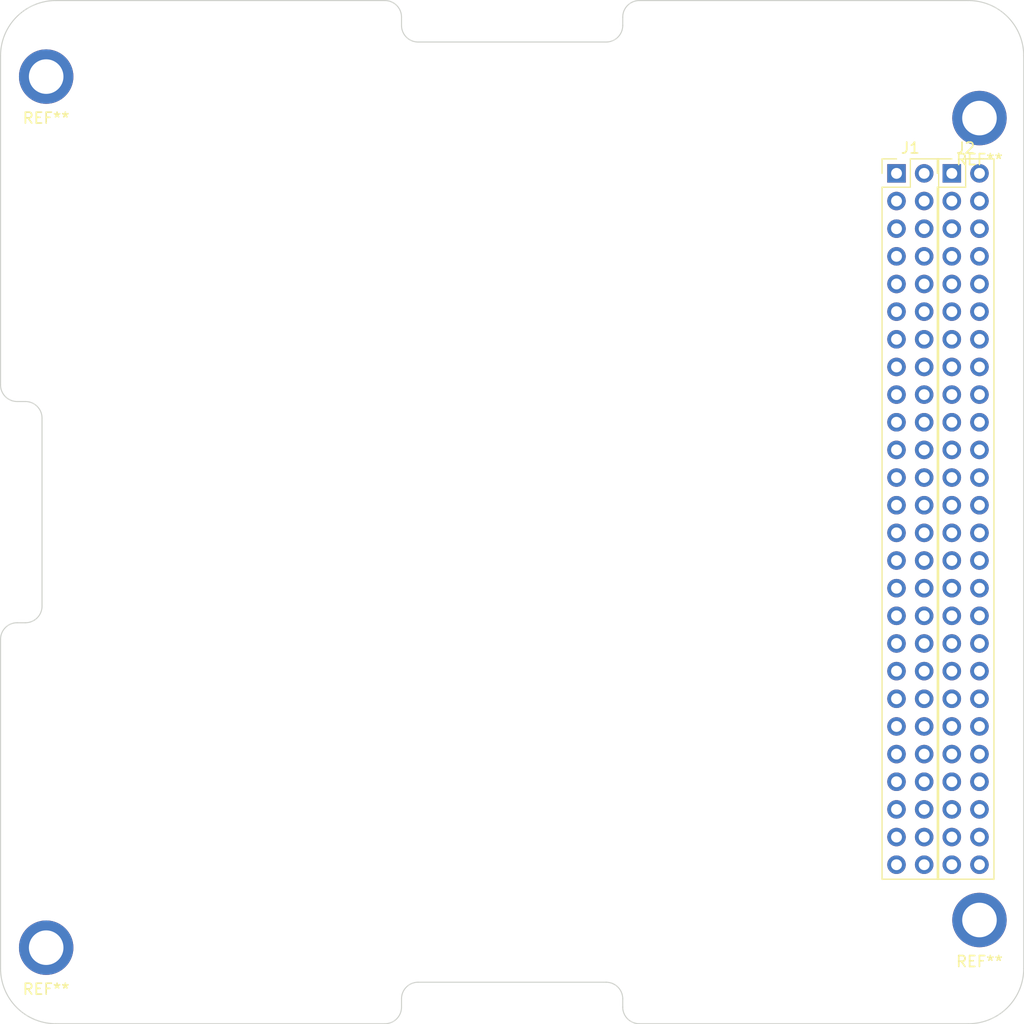
<source format=kicad_pcb>
(kicad_pcb (version 20171130) (host pcbnew "(2018-01-09 revision 019eed0d2)-makepkg")

  (general
    (thickness 1.6)
    (drawings 32)
    (tracks 0)
    (zones 0)
    (modules 6)
    (nets 105)
  )

  (page A4)
  (layers
    (0 TOP signal)
    (1 GND signal)
    (2 PWR signal)
    (31 BOT signal)
    (34 B.Paste user)
    (35 F.Paste user)
    (36 B.SilkS user)
    (37 F.SilkS user)
    (38 B.Mask user)
    (39 F.Mask user)
    (44 Edge.Cuts user)
    (45 Margin user)
    (48 B.Fab user)
    (49 F.Fab user)
  )

  (setup
    (last_trace_width 0.25)
    (trace_clearance 0.2)
    (zone_clearance 0.508)
    (zone_45_only no)
    (trace_min 0.2)
    (segment_width 0.2)
    (edge_width 0.15)
    (via_size 0.6)
    (via_drill 0.4)
    (via_min_size 0.4)
    (via_min_drill 0.3)
    (uvia_size 0.3)
    (uvia_drill 0.1)
    (uvias_allowed no)
    (uvia_min_size 0.2)
    (uvia_min_drill 0.1)
    (pcb_text_width 0.3)
    (pcb_text_size 1.5 1.5)
    (mod_edge_width 0.15)
    (mod_text_size 1 1)
    (mod_text_width 0.15)
    (pad_size 1.524 1.524)
    (pad_drill 0.762)
    (pad_to_mask_clearance 0.2)
    (aux_axis_origin 129.40296 122.14872)
    (grid_origin 129.40296 122.14872)
    (visible_elements 7FFFFFFF)
    (pcbplotparams
      (layerselection 0x00030_80000001)
      (usegerberextensions false)
      (usegerberattributes false)
      (usegerberadvancedattributes false)
      (creategerberjobfile false)
      (excludeedgelayer true)
      (linewidth 0.100000)
      (plotframeref false)
      (viasonmask false)
      (mode 1)
      (useauxorigin false)
      (hpglpennumber 1)
      (hpglpenspeed 20)
      (hpglpendiameter 15)
      (psnegative false)
      (psa4output false)
      (plotreference true)
      (plotvalue true)
      (plotinvisibletext false)
      (padsonsilk false)
      (subtractmaskfromsilk false)
      (outputformat 1)
      (mirror false)
      (drillshape 1)
      (scaleselection 1)
      (outputdirectory ""))
  )

  (net 0 "")
  (net 1 "Net-(J1-Pad1)")
  (net 2 "Net-(J1-Pad2)")
  (net 3 "Net-(J1-Pad3)")
  (net 4 "Net-(J1-Pad4)")
  (net 5 "Net-(J1-Pad5)")
  (net 6 "Net-(J1-Pad6)")
  (net 7 "Net-(J1-Pad7)")
  (net 8 "Net-(J1-Pad8)")
  (net 9 "Net-(J1-Pad9)")
  (net 10 "Net-(J1-Pad10)")
  (net 11 "Net-(J1-Pad11)")
  (net 12 "Net-(J1-Pad12)")
  (net 13 "Net-(J1-Pad13)")
  (net 14 "Net-(J1-Pad14)")
  (net 15 "Net-(J1-Pad15)")
  (net 16 "Net-(J1-Pad16)")
  (net 17 "Net-(J1-Pad17)")
  (net 18 "Net-(J1-Pad18)")
  (net 19 "Net-(J1-Pad19)")
  (net 20 "Net-(J1-Pad20)")
  (net 21 "Net-(J1-Pad21)")
  (net 22 "Net-(J1-Pad22)")
  (net 23 "Net-(J1-Pad23)")
  (net 24 "Net-(J1-Pad24)")
  (net 25 "Net-(J1-Pad25)")
  (net 26 "Net-(J1-Pad26)")
  (net 27 "Net-(J1-Pad27)")
  (net 28 "Net-(J1-Pad28)")
  (net 29 "Net-(J1-Pad29)")
  (net 30 "Net-(J1-Pad30)")
  (net 31 "Net-(J1-Pad31)")
  (net 32 "Net-(J1-Pad32)")
  (net 33 "Net-(J1-Pad33)")
  (net 34 "Net-(J1-Pad34)")
  (net 35 "Net-(J1-Pad35)")
  (net 36 "Net-(J1-Pad36)")
  (net 37 "Net-(J1-Pad37)")
  (net 38 "Net-(J1-Pad38)")
  (net 39 "Net-(J1-Pad39)")
  (net 40 "Net-(J1-Pad40)")
  (net 41 "Net-(J1-Pad41)")
  (net 42 "Net-(J1-Pad42)")
  (net 43 "Net-(J1-Pad43)")
  (net 44 "Net-(J1-Pad44)")
  (net 45 "Net-(J1-Pad45)")
  (net 46 "Net-(J1-Pad46)")
  (net 47 "Net-(J1-Pad47)")
  (net 48 "Net-(J1-Pad48)")
  (net 49 "Net-(J1-Pad49)")
  (net 50 "Net-(J1-Pad50)")
  (net 51 "Net-(J1-Pad51)")
  (net 52 "Net-(J1-Pad52)")
  (net 53 "Net-(J2-Pad1)")
  (net 54 "Net-(J2-Pad2)")
  (net 55 "Net-(J2-Pad3)")
  (net 56 "Net-(J2-Pad4)")
  (net 57 "Net-(J2-Pad5)")
  (net 58 "Net-(J2-Pad6)")
  (net 59 "Net-(J2-Pad7)")
  (net 60 "Net-(J2-Pad8)")
  (net 61 "Net-(J2-Pad9)")
  (net 62 "Net-(J2-Pad10)")
  (net 63 "Net-(J2-Pad11)")
  (net 64 "Net-(J2-Pad12)")
  (net 65 "Net-(J2-Pad13)")
  (net 66 "Net-(J2-Pad14)")
  (net 67 "Net-(J2-Pad15)")
  (net 68 "Net-(J2-Pad16)")
  (net 69 "Net-(J2-Pad17)")
  (net 70 "Net-(J2-Pad18)")
  (net 71 "Net-(J2-Pad19)")
  (net 72 "Net-(J2-Pad20)")
  (net 73 "Net-(J2-Pad21)")
  (net 74 "Net-(J2-Pad22)")
  (net 75 "Net-(J2-Pad23)")
  (net 76 "Net-(J2-Pad24)")
  (net 77 "Net-(J2-Pad25)")
  (net 78 "Net-(J2-Pad26)")
  (net 79 "Net-(J2-Pad27)")
  (net 80 "Net-(J2-Pad28)")
  (net 81 "Net-(J2-Pad29)")
  (net 82 "Net-(J2-Pad30)")
  (net 83 "Net-(J2-Pad31)")
  (net 84 "Net-(J2-Pad32)")
  (net 85 "Net-(J2-Pad33)")
  (net 86 "Net-(J2-Pad34)")
  (net 87 "Net-(J2-Pad35)")
  (net 88 "Net-(J2-Pad36)")
  (net 89 "Net-(J2-Pad37)")
  (net 90 "Net-(J2-Pad38)")
  (net 91 "Net-(J2-Pad39)")
  (net 92 "Net-(J2-Pad40)")
  (net 93 "Net-(J2-Pad41)")
  (net 94 "Net-(J2-Pad42)")
  (net 95 "Net-(J2-Pad43)")
  (net 96 "Net-(J2-Pad44)")
  (net 97 "Net-(J2-Pad45)")
  (net 98 "Net-(J2-Pad46)")
  (net 99 "Net-(J2-Pad47)")
  (net 100 "Net-(J2-Pad48)")
  (net 101 "Net-(J2-Pad49)")
  (net 102 "Net-(J2-Pad50)")
  (net 103 "Net-(J2-Pad51)")
  (net 104 "Net-(J2-Pad52)")

  (net_class Default "This is the default net class."
    (clearance 0.2)
    (trace_width 0.25)
    (via_dia 0.6)
    (via_drill 0.4)
    (uvia_dia 0.3)
    (uvia_drill 0.1)
    (add_net "Net-(J1-Pad1)")
    (add_net "Net-(J1-Pad10)")
    (add_net "Net-(J1-Pad11)")
    (add_net "Net-(J1-Pad12)")
    (add_net "Net-(J1-Pad13)")
    (add_net "Net-(J1-Pad14)")
    (add_net "Net-(J1-Pad15)")
    (add_net "Net-(J1-Pad16)")
    (add_net "Net-(J1-Pad17)")
    (add_net "Net-(J1-Pad18)")
    (add_net "Net-(J1-Pad19)")
    (add_net "Net-(J1-Pad2)")
    (add_net "Net-(J1-Pad20)")
    (add_net "Net-(J1-Pad21)")
    (add_net "Net-(J1-Pad22)")
    (add_net "Net-(J1-Pad23)")
    (add_net "Net-(J1-Pad24)")
    (add_net "Net-(J1-Pad25)")
    (add_net "Net-(J1-Pad26)")
    (add_net "Net-(J1-Pad27)")
    (add_net "Net-(J1-Pad28)")
    (add_net "Net-(J1-Pad29)")
    (add_net "Net-(J1-Pad3)")
    (add_net "Net-(J1-Pad30)")
    (add_net "Net-(J1-Pad31)")
    (add_net "Net-(J1-Pad32)")
    (add_net "Net-(J1-Pad33)")
    (add_net "Net-(J1-Pad34)")
    (add_net "Net-(J1-Pad35)")
    (add_net "Net-(J1-Pad36)")
    (add_net "Net-(J1-Pad37)")
    (add_net "Net-(J1-Pad38)")
    (add_net "Net-(J1-Pad39)")
    (add_net "Net-(J1-Pad4)")
    (add_net "Net-(J1-Pad40)")
    (add_net "Net-(J1-Pad41)")
    (add_net "Net-(J1-Pad42)")
    (add_net "Net-(J1-Pad43)")
    (add_net "Net-(J1-Pad44)")
    (add_net "Net-(J1-Pad45)")
    (add_net "Net-(J1-Pad46)")
    (add_net "Net-(J1-Pad47)")
    (add_net "Net-(J1-Pad48)")
    (add_net "Net-(J1-Pad49)")
    (add_net "Net-(J1-Pad5)")
    (add_net "Net-(J1-Pad50)")
    (add_net "Net-(J1-Pad51)")
    (add_net "Net-(J1-Pad52)")
    (add_net "Net-(J1-Pad6)")
    (add_net "Net-(J1-Pad7)")
    (add_net "Net-(J1-Pad8)")
    (add_net "Net-(J1-Pad9)")
    (add_net "Net-(J2-Pad1)")
    (add_net "Net-(J2-Pad10)")
    (add_net "Net-(J2-Pad11)")
    (add_net "Net-(J2-Pad12)")
    (add_net "Net-(J2-Pad13)")
    (add_net "Net-(J2-Pad14)")
    (add_net "Net-(J2-Pad15)")
    (add_net "Net-(J2-Pad16)")
    (add_net "Net-(J2-Pad17)")
    (add_net "Net-(J2-Pad18)")
    (add_net "Net-(J2-Pad19)")
    (add_net "Net-(J2-Pad2)")
    (add_net "Net-(J2-Pad20)")
    (add_net "Net-(J2-Pad21)")
    (add_net "Net-(J2-Pad22)")
    (add_net "Net-(J2-Pad23)")
    (add_net "Net-(J2-Pad24)")
    (add_net "Net-(J2-Pad25)")
    (add_net "Net-(J2-Pad26)")
    (add_net "Net-(J2-Pad27)")
    (add_net "Net-(J2-Pad28)")
    (add_net "Net-(J2-Pad29)")
    (add_net "Net-(J2-Pad3)")
    (add_net "Net-(J2-Pad30)")
    (add_net "Net-(J2-Pad31)")
    (add_net "Net-(J2-Pad32)")
    (add_net "Net-(J2-Pad33)")
    (add_net "Net-(J2-Pad34)")
    (add_net "Net-(J2-Pad35)")
    (add_net "Net-(J2-Pad36)")
    (add_net "Net-(J2-Pad37)")
    (add_net "Net-(J2-Pad38)")
    (add_net "Net-(J2-Pad39)")
    (add_net "Net-(J2-Pad4)")
    (add_net "Net-(J2-Pad40)")
    (add_net "Net-(J2-Pad41)")
    (add_net "Net-(J2-Pad42)")
    (add_net "Net-(J2-Pad43)")
    (add_net "Net-(J2-Pad44)")
    (add_net "Net-(J2-Pad45)")
    (add_net "Net-(J2-Pad46)")
    (add_net "Net-(J2-Pad47)")
    (add_net "Net-(J2-Pad48)")
    (add_net "Net-(J2-Pad49)")
    (add_net "Net-(J2-Pad5)")
    (add_net "Net-(J2-Pad50)")
    (add_net "Net-(J2-Pad51)")
    (add_net "Net-(J2-Pad52)")
    (add_net "Net-(J2-Pad6)")
    (add_net "Net-(J2-Pad7)")
    (add_net "Net-(J2-Pad8)")
    (add_net "Net-(J2-Pad9)")
  )

  (module mounting_holes:0.125in_mounting_hole (layer TOP) (tedit 5A5586D5) (tstamp 59F50262)
    (at 219.57296 111.98872)
    (fp_text reference REF** (at 0 3.81) (layer F.SilkS)
      (effects (font (size 1 1) (thickness 0.15)))
    )
    (fp_text value "0.125in mounting hole" (at 0 -2.54) (layer F.Fab)
      (effects (font (size 0.254 0.254) (thickness 0.0508)))
    )
    (pad "" np_thru_hole circle (at 0 0) (size 5 5) (drill 3.175) (layers *.Cu *.Mask))
  )

  (module mounting_holes:0.125in_mounting_hole (layer TOP) (tedit 5A5586C3) (tstamp 59F50286)
    (at 133.84796 114.52872)
    (fp_text reference REF** (at 0 3.81) (layer F.SilkS)
      (effects (font (size 1 1) (thickness 0.15)))
    )
    (fp_text value "0.125in mounting hole" (at 0 -2.54) (layer F.Fab)
      (effects (font (size 0.254 0.254) (thickness 0.0508)))
    )
    (pad "" np_thru_hole circle (at 0 0) (size 5 5) (drill 3.175) (layers *.Cu *.Mask))
  )

  (module mounting_holes:0.125in_mounting_hole (layer TOP) (tedit 5A5586AE) (tstamp 59F3BC4D)
    (at 219.57296 38.32872)
    (fp_text reference REF** (at 0 3.81) (layer F.SilkS)
      (effects (font (size 1 1) (thickness 0.15)))
    )
    (fp_text value "0.125in mounting hole" (at 0 -2.54) (layer F.Fab)
      (effects (font (size 0.254 0.254) (thickness 0.0508)))
    )
    (pad "" np_thru_hole circle (at 0 0) (size 5 5) (drill 3.175) (layers *.Cu *.Mask))
  )

  (module mounting_holes:0.125in_mounting_hole (layer TOP) (tedit 5A55867F) (tstamp 59F5029E)
    (at 133.84796 34.51872)
    (fp_text reference REF** (at 0 3.81) (layer F.SilkS)
      (effects (font (size 1 1) (thickness 0.15)))
    )
    (fp_text value "0.125in mounting hole" (at 0 -2.54) (layer F.Fab)
      (effects (font (size 0.254 0.254) (thickness 0.0508)))
    )
    (pad "" np_thru_hole circle (at 0 0) (size 5 5) (drill 3.175) (layers *.Cu *.Mask))
  )

  (module Pin_Headers:Pin_Header_Straight_2x26_Pitch2.54mm (layer TOP) (tedit 59650533) (tstamp 59E2CD6E)
    (at 211.95296 43.40872)
    (descr "Through hole straight pin header, 2x26, 2.54mm pitch, double rows")
    (tags "Through hole pin header THT 2x26 2.54mm double row")
    (path /59E2C8CE)
    (fp_text reference J1 (at 1.27 -2.33) (layer F.SilkS)
      (effects (font (size 1 1) (thickness 0.15)))
    )
    (fp_text value CONN_02X26 (at 1.27 65.83) (layer F.Fab)
      (effects (font (size 1 1) (thickness 0.15)))
    )
    (fp_line (start 0 -1.27) (end 3.81 -1.27) (layer F.Fab) (width 0.1))
    (fp_line (start 3.81 -1.27) (end 3.81 64.77) (layer F.Fab) (width 0.1))
    (fp_line (start 3.81 64.77) (end -1.27 64.77) (layer F.Fab) (width 0.1))
    (fp_line (start -1.27 64.77) (end -1.27 0) (layer F.Fab) (width 0.1))
    (fp_line (start -1.27 0) (end 0 -1.27) (layer F.Fab) (width 0.1))
    (fp_line (start -1.33 64.83) (end 3.87 64.83) (layer F.SilkS) (width 0.12))
    (fp_line (start -1.33 1.27) (end -1.33 64.83) (layer F.SilkS) (width 0.12))
    (fp_line (start 3.87 -1.33) (end 3.87 64.83) (layer F.SilkS) (width 0.12))
    (fp_line (start -1.33 1.27) (end 1.27 1.27) (layer F.SilkS) (width 0.12))
    (fp_line (start 1.27 1.27) (end 1.27 -1.33) (layer F.SilkS) (width 0.12))
    (fp_line (start 1.27 -1.33) (end 3.87 -1.33) (layer F.SilkS) (width 0.12))
    (fp_line (start -1.33 0) (end -1.33 -1.33) (layer F.SilkS) (width 0.12))
    (fp_line (start -1.33 -1.33) (end 0 -1.33) (layer F.SilkS) (width 0.12))
    (fp_line (start -1.8 -1.8) (end -1.8 65.3) (layer F.CrtYd) (width 0.05))
    (fp_line (start -1.8 65.3) (end 4.35 65.3) (layer F.CrtYd) (width 0.05))
    (fp_line (start 4.35 65.3) (end 4.35 -1.8) (layer F.CrtYd) (width 0.05))
    (fp_line (start 4.35 -1.8) (end -1.8 -1.8) (layer F.CrtYd) (width 0.05))
    (fp_text user %R (at 1.27 31.75 90) (layer F.Fab)
      (effects (font (size 1 1) (thickness 0.15)))
    )
    (pad 1 thru_hole rect (at 0 0) (size 1.7 1.7) (drill 1) (layers *.Cu *.Mask)
      (net 1 "Net-(J1-Pad1)"))
    (pad 2 thru_hole oval (at 2.54 0) (size 1.7 1.7) (drill 1) (layers *.Cu *.Mask)
      (net 2 "Net-(J1-Pad2)"))
    (pad 3 thru_hole oval (at 0 2.54) (size 1.7 1.7) (drill 1) (layers *.Cu *.Mask)
      (net 3 "Net-(J1-Pad3)"))
    (pad 4 thru_hole oval (at 2.54 2.54) (size 1.7 1.7) (drill 1) (layers *.Cu *.Mask)
      (net 4 "Net-(J1-Pad4)"))
    (pad 5 thru_hole oval (at 0 5.08) (size 1.7 1.7) (drill 1) (layers *.Cu *.Mask)
      (net 5 "Net-(J1-Pad5)"))
    (pad 6 thru_hole oval (at 2.54 5.08) (size 1.7 1.7) (drill 1) (layers *.Cu *.Mask)
      (net 6 "Net-(J1-Pad6)"))
    (pad 7 thru_hole oval (at 0 7.62) (size 1.7 1.7) (drill 1) (layers *.Cu *.Mask)
      (net 7 "Net-(J1-Pad7)"))
    (pad 8 thru_hole oval (at 2.54 7.62) (size 1.7 1.7) (drill 1) (layers *.Cu *.Mask)
      (net 8 "Net-(J1-Pad8)"))
    (pad 9 thru_hole oval (at 0 10.16) (size 1.7 1.7) (drill 1) (layers *.Cu *.Mask)
      (net 9 "Net-(J1-Pad9)"))
    (pad 10 thru_hole oval (at 2.54 10.16) (size 1.7 1.7) (drill 1) (layers *.Cu *.Mask)
      (net 10 "Net-(J1-Pad10)"))
    (pad 11 thru_hole oval (at 0 12.7) (size 1.7 1.7) (drill 1) (layers *.Cu *.Mask)
      (net 11 "Net-(J1-Pad11)"))
    (pad 12 thru_hole oval (at 2.54 12.7) (size 1.7 1.7) (drill 1) (layers *.Cu *.Mask)
      (net 12 "Net-(J1-Pad12)"))
    (pad 13 thru_hole oval (at 0 15.24) (size 1.7 1.7) (drill 1) (layers *.Cu *.Mask)
      (net 13 "Net-(J1-Pad13)"))
    (pad 14 thru_hole oval (at 2.54 15.24) (size 1.7 1.7) (drill 1) (layers *.Cu *.Mask)
      (net 14 "Net-(J1-Pad14)"))
    (pad 15 thru_hole oval (at 0 17.78) (size 1.7 1.7) (drill 1) (layers *.Cu *.Mask)
      (net 15 "Net-(J1-Pad15)"))
    (pad 16 thru_hole oval (at 2.54 17.78) (size 1.7 1.7) (drill 1) (layers *.Cu *.Mask)
      (net 16 "Net-(J1-Pad16)"))
    (pad 17 thru_hole oval (at 0 20.32) (size 1.7 1.7) (drill 1) (layers *.Cu *.Mask)
      (net 17 "Net-(J1-Pad17)"))
    (pad 18 thru_hole oval (at 2.54 20.32) (size 1.7 1.7) (drill 1) (layers *.Cu *.Mask)
      (net 18 "Net-(J1-Pad18)"))
    (pad 19 thru_hole oval (at 0 22.86) (size 1.7 1.7) (drill 1) (layers *.Cu *.Mask)
      (net 19 "Net-(J1-Pad19)"))
    (pad 20 thru_hole oval (at 2.54 22.86) (size 1.7 1.7) (drill 1) (layers *.Cu *.Mask)
      (net 20 "Net-(J1-Pad20)"))
    (pad 21 thru_hole oval (at 0 25.4) (size 1.7 1.7) (drill 1) (layers *.Cu *.Mask)
      (net 21 "Net-(J1-Pad21)"))
    (pad 22 thru_hole oval (at 2.54 25.4) (size 1.7 1.7) (drill 1) (layers *.Cu *.Mask)
      (net 22 "Net-(J1-Pad22)"))
    (pad 23 thru_hole oval (at 0 27.94) (size 1.7 1.7) (drill 1) (layers *.Cu *.Mask)
      (net 23 "Net-(J1-Pad23)"))
    (pad 24 thru_hole oval (at 2.54 27.94) (size 1.7 1.7) (drill 1) (layers *.Cu *.Mask)
      (net 24 "Net-(J1-Pad24)"))
    (pad 25 thru_hole oval (at 0 30.48) (size 1.7 1.7) (drill 1) (layers *.Cu *.Mask)
      (net 25 "Net-(J1-Pad25)"))
    (pad 26 thru_hole oval (at 2.54 30.48) (size 1.7 1.7) (drill 1) (layers *.Cu *.Mask)
      (net 26 "Net-(J1-Pad26)"))
    (pad 27 thru_hole oval (at 0 33.02) (size 1.7 1.7) (drill 1) (layers *.Cu *.Mask)
      (net 27 "Net-(J1-Pad27)"))
    (pad 28 thru_hole oval (at 2.54 33.02) (size 1.7 1.7) (drill 1) (layers *.Cu *.Mask)
      (net 28 "Net-(J1-Pad28)"))
    (pad 29 thru_hole oval (at 0 35.56) (size 1.7 1.7) (drill 1) (layers *.Cu *.Mask)
      (net 29 "Net-(J1-Pad29)"))
    (pad 30 thru_hole oval (at 2.54 35.56) (size 1.7 1.7) (drill 1) (layers *.Cu *.Mask)
      (net 30 "Net-(J1-Pad30)"))
    (pad 31 thru_hole oval (at 0 38.1) (size 1.7 1.7) (drill 1) (layers *.Cu *.Mask)
      (net 31 "Net-(J1-Pad31)"))
    (pad 32 thru_hole oval (at 2.54 38.1) (size 1.7 1.7) (drill 1) (layers *.Cu *.Mask)
      (net 32 "Net-(J1-Pad32)"))
    (pad 33 thru_hole oval (at 0 40.64) (size 1.7 1.7) (drill 1) (layers *.Cu *.Mask)
      (net 33 "Net-(J1-Pad33)"))
    (pad 34 thru_hole oval (at 2.54 40.64) (size 1.7 1.7) (drill 1) (layers *.Cu *.Mask)
      (net 34 "Net-(J1-Pad34)"))
    (pad 35 thru_hole oval (at 0 43.18) (size 1.7 1.7) (drill 1) (layers *.Cu *.Mask)
      (net 35 "Net-(J1-Pad35)"))
    (pad 36 thru_hole oval (at 2.54 43.18) (size 1.7 1.7) (drill 1) (layers *.Cu *.Mask)
      (net 36 "Net-(J1-Pad36)"))
    (pad 37 thru_hole oval (at 0 45.72) (size 1.7 1.7) (drill 1) (layers *.Cu *.Mask)
      (net 37 "Net-(J1-Pad37)"))
    (pad 38 thru_hole oval (at 2.54 45.72) (size 1.7 1.7) (drill 1) (layers *.Cu *.Mask)
      (net 38 "Net-(J1-Pad38)"))
    (pad 39 thru_hole oval (at 0 48.26) (size 1.7 1.7) (drill 1) (layers *.Cu *.Mask)
      (net 39 "Net-(J1-Pad39)"))
    (pad 40 thru_hole oval (at 2.54 48.26) (size 1.7 1.7) (drill 1) (layers *.Cu *.Mask)
      (net 40 "Net-(J1-Pad40)"))
    (pad 41 thru_hole oval (at 0 50.8) (size 1.7 1.7) (drill 1) (layers *.Cu *.Mask)
      (net 41 "Net-(J1-Pad41)"))
    (pad 42 thru_hole oval (at 2.54 50.8) (size 1.7 1.7) (drill 1) (layers *.Cu *.Mask)
      (net 42 "Net-(J1-Pad42)"))
    (pad 43 thru_hole oval (at 0 53.34) (size 1.7 1.7) (drill 1) (layers *.Cu *.Mask)
      (net 43 "Net-(J1-Pad43)"))
    (pad 44 thru_hole oval (at 2.54 53.34) (size 1.7 1.7) (drill 1) (layers *.Cu *.Mask)
      (net 44 "Net-(J1-Pad44)"))
    (pad 45 thru_hole oval (at 0 55.88) (size 1.7 1.7) (drill 1) (layers *.Cu *.Mask)
      (net 45 "Net-(J1-Pad45)"))
    (pad 46 thru_hole oval (at 2.54 55.88) (size 1.7 1.7) (drill 1) (layers *.Cu *.Mask)
      (net 46 "Net-(J1-Pad46)"))
    (pad 47 thru_hole oval (at 0 58.42) (size 1.7 1.7) (drill 1) (layers *.Cu *.Mask)
      (net 47 "Net-(J1-Pad47)"))
    (pad 48 thru_hole oval (at 2.54 58.42) (size 1.7 1.7) (drill 1) (layers *.Cu *.Mask)
      (net 48 "Net-(J1-Pad48)"))
    (pad 49 thru_hole oval (at 0 60.96) (size 1.7 1.7) (drill 1) (layers *.Cu *.Mask)
      (net 49 "Net-(J1-Pad49)"))
    (pad 50 thru_hole oval (at 2.54 60.96) (size 1.7 1.7) (drill 1) (layers *.Cu *.Mask)
      (net 50 "Net-(J1-Pad50)"))
    (pad 51 thru_hole oval (at 0 63.5) (size 1.7 1.7) (drill 1) (layers *.Cu *.Mask)
      (net 51 "Net-(J1-Pad51)"))
    (pad 52 thru_hole oval (at 2.54 63.5) (size 1.7 1.7) (drill 1) (layers *.Cu *.Mask)
      (net 52 "Net-(J1-Pad52)"))
    (model ${KISYS3DMOD}/Pin_Headers.3dshapes/Pin_Header_Straight_2x26_Pitch2.54mm.wrl
      (at (xyz 0 0 0))
      (scale (xyz 1 1 1))
      (rotate (xyz 0 0 0))
    )
  )

  (module Pin_Headers:Pin_Header_Straight_2x26_Pitch2.54mm (layer TOP) (tedit 59650533) (tstamp 59E2CDA6)
    (at 217.03296 43.40872)
    (descr "Through hole straight pin header, 2x26, 2.54mm pitch, double rows")
    (tags "Through hole pin header THT 2x26 2.54mm double row")
    (path /59E2C8F9)
    (fp_text reference J2 (at 1.27 -2.33) (layer F.SilkS)
      (effects (font (size 1 1) (thickness 0.15)))
    )
    (fp_text value CONN_02X26 (at 1.27 65.83) (layer F.Fab)
      (effects (font (size 1 1) (thickness 0.15)))
    )
    (fp_line (start 0 -1.27) (end 3.81 -1.27) (layer F.Fab) (width 0.1))
    (fp_line (start 3.81 -1.27) (end 3.81 64.77) (layer F.Fab) (width 0.1))
    (fp_line (start 3.81 64.77) (end -1.27 64.77) (layer F.Fab) (width 0.1))
    (fp_line (start -1.27 64.77) (end -1.27 0) (layer F.Fab) (width 0.1))
    (fp_line (start -1.27 0) (end 0 -1.27) (layer F.Fab) (width 0.1))
    (fp_line (start -1.33 64.83) (end 3.87 64.83) (layer F.SilkS) (width 0.12))
    (fp_line (start -1.33 1.27) (end -1.33 64.83) (layer F.SilkS) (width 0.12))
    (fp_line (start 3.87 -1.33) (end 3.87 64.83) (layer F.SilkS) (width 0.12))
    (fp_line (start -1.33 1.27) (end 1.27 1.27) (layer F.SilkS) (width 0.12))
    (fp_line (start 1.27 1.27) (end 1.27 -1.33) (layer F.SilkS) (width 0.12))
    (fp_line (start 1.27 -1.33) (end 3.87 -1.33) (layer F.SilkS) (width 0.12))
    (fp_line (start -1.33 0) (end -1.33 -1.33) (layer F.SilkS) (width 0.12))
    (fp_line (start -1.33 -1.33) (end 0 -1.33) (layer F.SilkS) (width 0.12))
    (fp_line (start -1.8 -1.8) (end -1.8 65.3) (layer F.CrtYd) (width 0.05))
    (fp_line (start -1.8 65.3) (end 4.35 65.3) (layer F.CrtYd) (width 0.05))
    (fp_line (start 4.35 65.3) (end 4.35 -1.8) (layer F.CrtYd) (width 0.05))
    (fp_line (start 4.35 -1.8) (end -1.8 -1.8) (layer F.CrtYd) (width 0.05))
    (fp_text user %R (at 1.27 31.75 90) (layer F.Fab)
      (effects (font (size 1 1) (thickness 0.15)))
    )
    (pad 1 thru_hole rect (at 0 0) (size 1.7 1.7) (drill 1) (layers *.Cu *.Mask)
      (net 53 "Net-(J2-Pad1)"))
    (pad 2 thru_hole oval (at 2.54 0) (size 1.7 1.7) (drill 1) (layers *.Cu *.Mask)
      (net 54 "Net-(J2-Pad2)"))
    (pad 3 thru_hole oval (at 0 2.54) (size 1.7 1.7) (drill 1) (layers *.Cu *.Mask)
      (net 55 "Net-(J2-Pad3)"))
    (pad 4 thru_hole oval (at 2.54 2.54) (size 1.7 1.7) (drill 1) (layers *.Cu *.Mask)
      (net 56 "Net-(J2-Pad4)"))
    (pad 5 thru_hole oval (at 0 5.08) (size 1.7 1.7) (drill 1) (layers *.Cu *.Mask)
      (net 57 "Net-(J2-Pad5)"))
    (pad 6 thru_hole oval (at 2.54 5.08) (size 1.7 1.7) (drill 1) (layers *.Cu *.Mask)
      (net 58 "Net-(J2-Pad6)"))
    (pad 7 thru_hole oval (at 0 7.62) (size 1.7 1.7) (drill 1) (layers *.Cu *.Mask)
      (net 59 "Net-(J2-Pad7)"))
    (pad 8 thru_hole oval (at 2.54 7.62) (size 1.7 1.7) (drill 1) (layers *.Cu *.Mask)
      (net 60 "Net-(J2-Pad8)"))
    (pad 9 thru_hole oval (at 0 10.16) (size 1.7 1.7) (drill 1) (layers *.Cu *.Mask)
      (net 61 "Net-(J2-Pad9)"))
    (pad 10 thru_hole oval (at 2.54 10.16) (size 1.7 1.7) (drill 1) (layers *.Cu *.Mask)
      (net 62 "Net-(J2-Pad10)"))
    (pad 11 thru_hole oval (at 0 12.7) (size 1.7 1.7) (drill 1) (layers *.Cu *.Mask)
      (net 63 "Net-(J2-Pad11)"))
    (pad 12 thru_hole oval (at 2.54 12.7) (size 1.7 1.7) (drill 1) (layers *.Cu *.Mask)
      (net 64 "Net-(J2-Pad12)"))
    (pad 13 thru_hole oval (at 0 15.24) (size 1.7 1.7) (drill 1) (layers *.Cu *.Mask)
      (net 65 "Net-(J2-Pad13)"))
    (pad 14 thru_hole oval (at 2.54 15.24) (size 1.7 1.7) (drill 1) (layers *.Cu *.Mask)
      (net 66 "Net-(J2-Pad14)"))
    (pad 15 thru_hole oval (at 0 17.78) (size 1.7 1.7) (drill 1) (layers *.Cu *.Mask)
      (net 67 "Net-(J2-Pad15)"))
    (pad 16 thru_hole oval (at 2.54 17.78) (size 1.7 1.7) (drill 1) (layers *.Cu *.Mask)
      (net 68 "Net-(J2-Pad16)"))
    (pad 17 thru_hole oval (at 0 20.32) (size 1.7 1.7) (drill 1) (layers *.Cu *.Mask)
      (net 69 "Net-(J2-Pad17)"))
    (pad 18 thru_hole oval (at 2.54 20.32) (size 1.7 1.7) (drill 1) (layers *.Cu *.Mask)
      (net 70 "Net-(J2-Pad18)"))
    (pad 19 thru_hole oval (at 0 22.86) (size 1.7 1.7) (drill 1) (layers *.Cu *.Mask)
      (net 71 "Net-(J2-Pad19)"))
    (pad 20 thru_hole oval (at 2.54 22.86) (size 1.7 1.7) (drill 1) (layers *.Cu *.Mask)
      (net 72 "Net-(J2-Pad20)"))
    (pad 21 thru_hole oval (at 0 25.4) (size 1.7 1.7) (drill 1) (layers *.Cu *.Mask)
      (net 73 "Net-(J2-Pad21)"))
    (pad 22 thru_hole oval (at 2.54 25.4) (size 1.7 1.7) (drill 1) (layers *.Cu *.Mask)
      (net 74 "Net-(J2-Pad22)"))
    (pad 23 thru_hole oval (at 0 27.94) (size 1.7 1.7) (drill 1) (layers *.Cu *.Mask)
      (net 75 "Net-(J2-Pad23)"))
    (pad 24 thru_hole oval (at 2.54 27.94) (size 1.7 1.7) (drill 1) (layers *.Cu *.Mask)
      (net 76 "Net-(J2-Pad24)"))
    (pad 25 thru_hole oval (at 0 30.48) (size 1.7 1.7) (drill 1) (layers *.Cu *.Mask)
      (net 77 "Net-(J2-Pad25)"))
    (pad 26 thru_hole oval (at 2.54 30.48) (size 1.7 1.7) (drill 1) (layers *.Cu *.Mask)
      (net 78 "Net-(J2-Pad26)"))
    (pad 27 thru_hole oval (at 0 33.02) (size 1.7 1.7) (drill 1) (layers *.Cu *.Mask)
      (net 79 "Net-(J2-Pad27)"))
    (pad 28 thru_hole oval (at 2.54 33.02) (size 1.7 1.7) (drill 1) (layers *.Cu *.Mask)
      (net 80 "Net-(J2-Pad28)"))
    (pad 29 thru_hole oval (at 0 35.56) (size 1.7 1.7) (drill 1) (layers *.Cu *.Mask)
      (net 81 "Net-(J2-Pad29)"))
    (pad 30 thru_hole oval (at 2.54 35.56) (size 1.7 1.7) (drill 1) (layers *.Cu *.Mask)
      (net 82 "Net-(J2-Pad30)"))
    (pad 31 thru_hole oval (at 0 38.1) (size 1.7 1.7) (drill 1) (layers *.Cu *.Mask)
      (net 83 "Net-(J2-Pad31)"))
    (pad 32 thru_hole oval (at 2.54 38.1) (size 1.7 1.7) (drill 1) (layers *.Cu *.Mask)
      (net 84 "Net-(J2-Pad32)"))
    (pad 33 thru_hole oval (at 0 40.64) (size 1.7 1.7) (drill 1) (layers *.Cu *.Mask)
      (net 85 "Net-(J2-Pad33)"))
    (pad 34 thru_hole oval (at 2.54 40.64) (size 1.7 1.7) (drill 1) (layers *.Cu *.Mask)
      (net 86 "Net-(J2-Pad34)"))
    (pad 35 thru_hole oval (at 0 43.18) (size 1.7 1.7) (drill 1) (layers *.Cu *.Mask)
      (net 87 "Net-(J2-Pad35)"))
    (pad 36 thru_hole oval (at 2.54 43.18) (size 1.7 1.7) (drill 1) (layers *.Cu *.Mask)
      (net 88 "Net-(J2-Pad36)"))
    (pad 37 thru_hole oval (at 0 45.72) (size 1.7 1.7) (drill 1) (layers *.Cu *.Mask)
      (net 89 "Net-(J2-Pad37)"))
    (pad 38 thru_hole oval (at 2.54 45.72) (size 1.7 1.7) (drill 1) (layers *.Cu *.Mask)
      (net 90 "Net-(J2-Pad38)"))
    (pad 39 thru_hole oval (at 0 48.26) (size 1.7 1.7) (drill 1) (layers *.Cu *.Mask)
      (net 91 "Net-(J2-Pad39)"))
    (pad 40 thru_hole oval (at 2.54 48.26) (size 1.7 1.7) (drill 1) (layers *.Cu *.Mask)
      (net 92 "Net-(J2-Pad40)"))
    (pad 41 thru_hole oval (at 0 50.8) (size 1.7 1.7) (drill 1) (layers *.Cu *.Mask)
      (net 93 "Net-(J2-Pad41)"))
    (pad 42 thru_hole oval (at 2.54 50.8) (size 1.7 1.7) (drill 1) (layers *.Cu *.Mask)
      (net 94 "Net-(J2-Pad42)"))
    (pad 43 thru_hole oval (at 0 53.34) (size 1.7 1.7) (drill 1) (layers *.Cu *.Mask)
      (net 95 "Net-(J2-Pad43)"))
    (pad 44 thru_hole oval (at 2.54 53.34) (size 1.7 1.7) (drill 1) (layers *.Cu *.Mask)
      (net 96 "Net-(J2-Pad44)"))
    (pad 45 thru_hole oval (at 0 55.88) (size 1.7 1.7) (drill 1) (layers *.Cu *.Mask)
      (net 97 "Net-(J2-Pad45)"))
    (pad 46 thru_hole oval (at 2.54 55.88) (size 1.7 1.7) (drill 1) (layers *.Cu *.Mask)
      (net 98 "Net-(J2-Pad46)"))
    (pad 47 thru_hole oval (at 0 58.42) (size 1.7 1.7) (drill 1) (layers *.Cu *.Mask)
      (net 99 "Net-(J2-Pad47)"))
    (pad 48 thru_hole oval (at 2.54 58.42) (size 1.7 1.7) (drill 1) (layers *.Cu *.Mask)
      (net 100 "Net-(J2-Pad48)"))
    (pad 49 thru_hole oval (at 0 60.96) (size 1.7 1.7) (drill 1) (layers *.Cu *.Mask)
      (net 101 "Net-(J2-Pad49)"))
    (pad 50 thru_hole oval (at 2.54 60.96) (size 1.7 1.7) (drill 1) (layers *.Cu *.Mask)
      (net 102 "Net-(J2-Pad50)"))
    (pad 51 thru_hole oval (at 0 63.5) (size 1.7 1.7) (drill 1) (layers *.Cu *.Mask)
      (net 103 "Net-(J2-Pad51)"))
    (pad 52 thru_hole oval (at 2.54 63.5) (size 1.7 1.7) (drill 1) (layers *.Cu *.Mask)
      (net 104 "Net-(J2-Pad52)"))
    (model ${KISYS3DMOD}/Pin_Headers.3dshapes/Pin_Header_Straight_2x26_Pitch2.54mm.wrl
      (at (xyz 0 0 0))
      (scale (xyz 1 1 1))
      (rotate (xyz 0 0 0))
    )
  )

  (gr_arc (start 218.55696 116.43372) (end 218.55696 121.51372) (angle -90) (layer Edge.Cuts) (width 0.1))
  (gr_arc (start 168.01096 119.22772) (end 168.01096 117.70372) (angle -90) (layer Edge.Cuts) (width 0.1))
  (gr_arc (start 185.28296 119.22772) (end 186.80696 119.22772) (angle -90) (layer Edge.Cuts) (width 0.1))
  (gr_arc (start 164.96296 119.98972) (end 164.96296 121.51372) (angle -90) (layer Edge.Cuts) (width 0.1))
  (gr_arc (start 218.55696 32.61372) (end 223.63696 32.61372) (angle -90) (layer Edge.Cuts) (width 0.1))
  (gr_arc (start 188.33096 119.98972) (end 186.80696 119.98972) (angle -90) (layer Edge.Cuts) (width 0.1))
  (gr_arc (start 188.33096 29.05772) (end 188.33096 27.53372) (angle -90) (layer Edge.Cuts) (width 0.1))
  (gr_arc (start 185.28296 29.81972) (end 185.28296 31.34372) (angle -90) (layer Edge.Cuts) (width 0.1))
  (gr_arc (start 134.73696 116.43372) (end 129.65696 116.43372) (angle -90) (layer Edge.Cuts) (width 0.1))
  (gr_line (start 129.65696 32.61372) (end 129.65696 62.83972) (layer Edge.Cuts) (width 0.1))
  (gr_line (start 129.65696 86.20772) (end 129.65696 116.43372) (layer Edge.Cuts) (width 0.1))
  (gr_arc (start 168.01096 29.81972) (end 166.48696 29.81972) (angle -90) (layer Edge.Cuts) (width 0.1))
  (gr_arc (start 164.96296 29.05772) (end 166.48696 29.05772) (angle -90) (layer Edge.Cuts) (width 0.1))
  (gr_arc (start 134.73696 32.61372) (end 134.73696 27.53372) (angle -90) (layer Edge.Cuts) (width 0.1))
  (gr_arc (start 131.18096 62.83972) (end 129.65696 62.83972) (angle -90) (layer Edge.Cuts) (width 0.1))
  (gr_arc (start 131.94296 83.15972) (end 131.94296 84.68372) (angle -90) (layer Edge.Cuts) (width 0.1))
  (gr_arc (start 131.18096 86.20772) (end 131.18096 84.68372) (angle -90) (layer Edge.Cuts) (width 0.1))
  (gr_line (start 134.73696 121.51372) (end 164.96296 121.51372) (layer Edge.Cuts) (width 0.1))
  (gr_line (start 166.48696 119.98972) (end 166.48696 119.22772) (layer Edge.Cuts) (width 0.1))
  (gr_line (start 168.01096 117.70372) (end 185.28296 117.70372) (layer Edge.Cuts) (width 0.1))
  (gr_line (start 188.33096 121.51372) (end 218.55696 121.51372) (layer Edge.Cuts) (width 0.1))
  (gr_line (start 223.63696 116.43372) (end 223.63696 32.61372) (layer Edge.Cuts) (width 0.1))
  (gr_line (start 218.55696 27.53372) (end 188.33096 27.53372) (layer Edge.Cuts) (width 0.1))
  (gr_line (start 185.28296 31.34372) (end 168.01096 31.34372) (layer Edge.Cuts) (width 0.1))
  (gr_line (start 164.96296 27.53372) (end 134.73696 27.53372) (layer Edge.Cuts) (width 0.1))
  (gr_line (start 131.18096 64.36372) (end 131.94296 64.36372) (layer Edge.Cuts) (width 0.1))
  (gr_line (start 131.94296 84.68372) (end 131.18096 84.68372) (layer Edge.Cuts) (width 0.1))
  (gr_line (start 166.48696 29.81972) (end 166.48696 29.05772) (layer Edge.Cuts) (width 0.1))
  (gr_line (start 133.46696 65.88772) (end 133.46696 83.15972) (layer Edge.Cuts) (width 0.1))
  (gr_arc (start 131.94296 65.88772) (end 133.46696 65.88772) (angle -90) (layer Edge.Cuts) (width 0.1))
  (gr_line (start 186.80696 119.22772) (end 186.80696 119.98972) (layer Edge.Cuts) (width 0.1))
  (gr_line (start 186.80696 29.05772) (end 186.80696 29.81972) (layer Edge.Cuts) (width 0.1))

)

</source>
